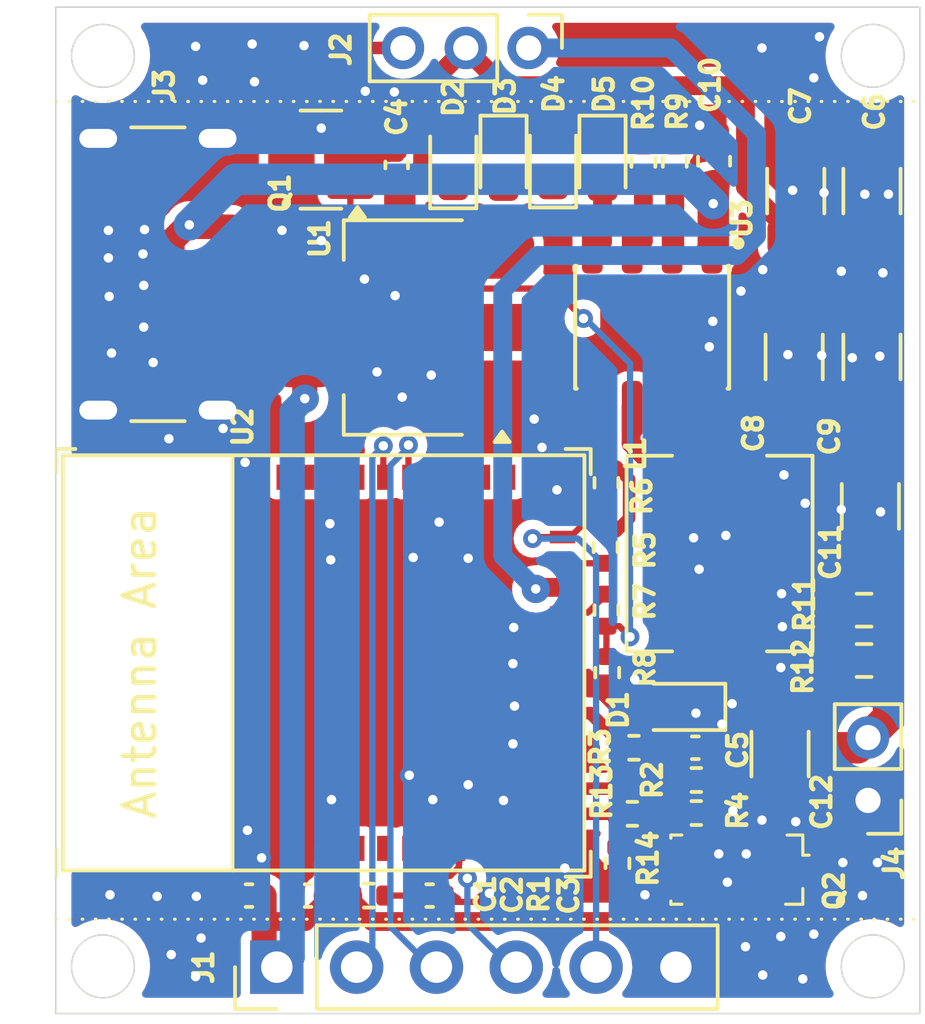
<source format=kicad_pcb>
(kicad_pcb (version 20240108) (generator "pcbnew") (generator_version "8.0")
  (layers (0 "F.Cu" signal) (31 "B.Cu" signal) (34 "B.Paste" user) (35 "F.Paste" user) (36 "B.SilkS" user "B.Silkscreen") (37 "F.SilkS" user "F.Silkscreen") (38 "B.Mask" user) (39 "F.Mask" user) (44 "Edge.Cuts" user))
  (net 0 "")
  (net 1 "+3V3")
  (net 2 "GND")
  (net 3 "+5V")
  (net 4 "/ESP32_EN")
  (net 5 "Net-(J2-Pin_3)")
  (net 6 "Net-(U2-GPIO1{slash}ADC1_CH1{slash}XTAL_32K_N)")
  (net 7 "/VIN_5V")
  (net 8 "/BAT+")
  (net 9 "Net-(U3-BAT)")
  (net 10 "Net-(D1-A)")
  (net 11 "Net-(D2-K)")
  (net 12 "Net-(D2-A)")
  (net 13 "Net-(D4-A)")
  (net 14 "/ESP32_BOOT")
  (net 15 "/USB_SERIAL_TXO")
  (net 16 "/USB_SERIAL_RXI")
  (net 17 "/SG90_PWM")
  (net 20 "Net-(U3-SW)")
  (net 21 "Net-(Q1-G)")
  (net 22 "/LED_CTRL")
  (net 23 "Net-(U2-GPIO8)")
  (net 24 "/SG90_POWER")
  (net 25 "Net-(U3-LED1)")
  (net 26 "Net-(U3-LED2)")
  (net 46 "Net-(Q2-E)")
  (net 47 "/LSensorIO")
  (footprint "Capacitor_SMD:C_0402_1005Metric" (layer "F.Cu") (at 198.425 67.47 90)
    (property "Reference" "C4")
    (property "Value" "10uF" (hide yes))
  )
  (footprint "Resistor_SMD:R_0402_1005Metric" (layer "F.Cu") (at 207.275 67.375 90)
    (property "Reference" "R9")
    (property "Value" "2K" (hide yes))
  )
  (footprint "Resistor_SMD:R_0402_1005Metric" (layer "F.Cu") (at 205.1 81.625 -90)
    (property "Reference" "R7")
    (property "Value" "100R" (hide yes))
  )
  (footprint "Package_TO_SOT_SMD:SOT-23" (layer "F.Cu") (at 196.0125 67.3 180)
    (property "Reference" "Q1")
    (property "Value" "AO3400A" (hide yes))
  )
  (footprint "LED_SMD:LED_0603_1608Metric" (layer "F.Cu") (at 207.4 84.7 180)
    (property "Reference" "D1")
    (property "Value" "LED" (hide yes))
  )
  (footprint "Capacitor_SMD:C_0402_1005Metric" (layer "F.Cu") (at 195.605 90.7 180)
    (property "Reference" "C2")
    (property "Value" "0.1uF" (hide yes))
  )
  (footprint "Resistor_SMD:R_0402_1005Metric" (layer "F.Cu") (at 205.975 86)
    (property "Reference" "R3")
    (property "Value" "150R" (hide yes))
  )
  (footprint "Capacitor_SMD:C_1206_3216Metric" (layer "F.Cu") (at 210.625 86.2 -90)
    (property "Reference" "C12")
    (property "Value" "22uF" (hide yes))
  )
  (footprint "Capacitor_SMD:C_0402_1005Metric" (layer "F.Cu") (at 193.725 90.7 180)
    (property "Reference" "C1")
    (property "Value" "10uF" (hide yes))
  )
  (footprint "LED_SMD:LED_0603_1608Metric" (layer "F.Cu") (at 201.825 67.3875 -90)
    (property "Reference" "D3")
    (property "Value" "LED" (hide yes))
  )
  (footprint "IP5306:SOIC9P127_490X600X170L84X42T330X241N" (layer "F.Cu") (at 206.555 72.63 -90)
    (property "Reference" "U3")
    (property "Value" "IP5306" (hide yes))
  )
  (footprint "Capacitor_SMD:C_1206_3216Metric" (layer "F.Cu") (at 211.125 68.3 90)
    (property "Reference" "C7")
    (property "Value" "22uF" (hide yes))
  )
  (footprint "Connector_USB:USB_C_Receptacle_GCT_USB4125-xx-x_6P_TopMnt_Horizontal" (layer "F.Cu") (at 189.725 70.945 -90)
    (property "Reference" "J3")
    (property "Value" "USB_C_Receptacle_PowerOnly_6P" (hide yes))
  )
  (footprint "Package_TO_SOT_SMD:SOT-223-3_TabPin2" (layer "F.Cu") (at 198.65 72.6375 180)
    (property "Reference" "U1")
    (property "Value" "ASM1117-3.3V" (hide yes))
  )
  (footprint "Resistor_SMD:R_0603_1608Metric" (layer "F.Cu") (at 213.3 83.225)
    (property "Reference" "R12")
    (property "Value" "1R" (hide yes))
  )
  (footprint "Resistor_SMD:R_0402_1005Metric" (layer "F.Cu") (at 197.535 90.7 180)
    (property "Reference" "R1")
    (property "Value" "10k" (hide yes))
  )
  (footprint "Inductor_SMD:L_Chilisin_BMRA00050530" (layer "F.Cu") (at 208.7 79.825 -90)
    (property "Reference" "L1")
    (property "Value" "L" (hide yes))
  )
  (footprint "Connector_PinHeader_2.00mm:PinHeader_1x03_P2.00mm_Vertical" (layer "F.Cu") (at 202.625 63.75 -90)
    (property "Reference" "J2")
    (property "Value" "~" (hide yes))
  )
  (footprint "LED_SMD:LED_0603_1608Metric" (layer "F.Cu") (at 200.225 67.3625 90)
    (property "Reference" "D2")
    (property "Value" "LED" (hide yes))
  )
  (footprint "LED_SMD:LED_0603_1608Metric" (layer "F.Cu") (at 203.4 67.3375 90)
    (property "Reference" "D4")
    (property "Value" "LED" (hide yes))
  )
  (footprint "Resistor_SMD:R_0402_1005Metric" (layer "F.Cu") (at 207.96 87.025 180)
    (property "Reference" "R2")
    (property "Value" "10k" (hide yes))
  )
  (footprint "Resistor_SMD:R_0402_1005Metric" (layer "F.Cu") (at 207.96 88.075)
    (property "Reference" "R4")
    (property "Value" "10k" (hide yes))
  )
  (footprint "PCM_Espressif:ESP32-C3-MINI-1" (layer "F.Cu") (at 196.1 83.3 90)
    (property "Reference" "U2")
    (property "Value" "ESP32-C3-MINI-1" (hide yes))
  )
  (footprint "Resistor_SMD:R_0402_1005Metric" (layer "F.Cu") (at 205.125 83.61 -90)
    (property "Reference" "R8")
    (property "Value" "10k" (hide yes))
  )
  (footprint "Resistor_SMD:R_0402_1005Metric" (layer "F.Cu") (at 206.275 67.375 90)
    (property "Reference" "R10")
    (property "Value" "2K" (hide yes))
  )
  (footprint "Capacitor_SMD:C_1206_3216Metric" (layer "F.Cu") (at 211.075 73.575 -90)
    (property "Reference" "C8")
    (property "Value" "22uF" (hide yes))
  )
  (footprint "Resistor_SMD:R_0402_1005Metric" (layer "F.Cu") (at 205.075 79.625 90)
    (property "Reference" "R5")
    (property "Value" "10k" (hide yes))
  )
  (footprint "Capacitor_SMD:C_0603_1608Metric" (layer "F.Cu") (at 208.525 67.35 -90)
    (property "Reference" "C10")
    (property "Value" "10uF" (hide yes))
  )
  (footprint "digikey-footprints:Phototransistor_SMD_4x2mm_TEMT6000X01" (layer "F.Cu") (at 209.25 89.875)
    (property "Reference" "Q2")
    (property "Value" "TEMT6000X01" (hide yes))
  )
  (footprint "Connector_PinHeader_2.54mm:PinHeader_1x06_P2.54mm_Vertical" (layer "F.Cu") (at 194.61 92.975 90)
    (property "Reference" "J1")
    (property "Value" "Conn_01x06_Pin" (hide yes))
  )
  (footprint "Capacitor_SMD:C_1206_3216Metric" (layer "F.Cu") (at 213.55 73.575 -90)
    (property "Reference" "C9")
    (property "Value" "22uF" (hide yes))
  )
  (footprint "Capacitor_SMD:C_1206_3216Metric" (layer "F.Cu") (at 213.5 78.325 90)
    (property "Reference" "C11")
    (property "Value" "22uF" (hide yes))
  )
  (footprint "Capacitor_SMD:C_0402_1005Metric" (layer "F.Cu") (at 207.93 86 180)
    (property "Reference" "C5")
    (property "Value" "0.1uF" (hide yes))
  )
  (footprint "LED_SMD:LED_0603_1608Metric" (layer "F.Cu") (at 204.975 67.3875 -90)
    (property "Reference" "D5")
    (property "Value" "LED" (hide yes))
  )
  (footprint "Resistor_SMD:R_0402_1005Metric" (layer "F.Cu") (at 205.45 89.675 -90)
    (property "Reference" "R14")
    (property "Value" "10k" (hide yes))
  )
  (footprint "Resistor_SMD:R_0402_1005Metric" (layer "F.Cu") (at 205.925 88.1)
    (property "Reference" "R13")
    (property "Value" "10k" (hide yes))
  )
  (footprint "Resistor_SMD:R_0603_1608Metric" (layer "F.Cu") (at 213.3 81.625)
    (property "Reference" "R11")
    (property "Value" "1R" (hide yes))
  )
  (footprint "Capacitor_SMD:C_0402_1005Metric" (layer "F.Cu") (at 199.475 90.7)
    (property "Reference" "C3")
    (property "Value" "0.1uF" (hide yes))
  )
  (footprint "Resistor_SMD:R_0402_1005Metric" (layer "F.Cu") (at 205.1 77.575 90)
    (property "Reference" "R6")
    (property "Value" "10k" (hide yes))
  )
  (footprint "Capacitor_SMD:C_1206_3216Metric" (layer "F.Cu") (at 213.55 68.3 90)
    (property "Reference" "C6")
    (property "Value" "22uF" (hide yes))
  )
  (footprint "Connector_PinHeader_2.00mm:PinHeader_1x02_P2.00mm_Vertical" (layer "F.Cu") (at 213.425 87.675 180)
    (property "Reference" "J4")
    (property "Value" "~" (hide yes))
  )
  (gr_line (start 187.575 91.45) (end 215.125 91.45) (stroke (width 0.1) (type dot)) (layer "F.SilkS"))
  (gr_line (start 187.575 65.45) (end 215.1 65.45) (stroke (width 0.1) (type dot)) (layer "F.SilkS"))
  (gr_circle (center 189.075 64) (end 190.075 64) (stroke (width 0.05)) (fill none) (layer "Edge.Cuts"))
  (gr_line (start 187.575 62.45) (end 215.075 62.45) (stroke (width 0.05)) (layer "Edge.Cuts"))
  (gr_circle (center 213.575 92.95) (end 214.575 92.95) (stroke (width 0.05)) (fill none) (layer "Edge.Cuts"))
  (gr_circle (center 189.075 92.95) (end 190.075 92.95) (stroke (width 0.05)) (fill none) (layer "Edge.Cuts"))
  (gr_line (start 187.575 94.45) (end 187.575 62.45) (stroke (width 0.05)) (layer "Edge.Cuts"))
  (gr_circle (center 213.575 64) (end 214.575 64) (stroke (width 0.05)) (fill none) (layer "Edge.Cuts"))
  (gr_line (start 215.075 94.45) (end 187.575 94.45) (stroke (width 0.05)) (layer "Edge.Cuts"))
  (gr_line (start 215.075 62.45) (end 215.075 94.45) (stroke (width 0.05)) (layer "Edge.Cuts"))
  (segment (start 196.085 90.958976) (end 195.518976 91.525) (width 0.6) (layer "F.Cu") (net 1))
  (segment (start 203.625 75.906236) (end 204.783764 77.065) (width 0.4) (layer "F.Cu") (net 1))
  (segment (start 194.205 92.745) (end 194.61 93.15) (width 0.2) (layer "F.Cu") (net 1))
  (segment (start 194.205 90.7) (end 194.205 91.525) (width 0.8) (layer "F.Cu") (net 1))
  (segment (start 205.41 79.115) (end 205.075 79.115) (width 0.4) (layer "F.Cu") (net 1))
  (segment (start 205.1 77.065) (end 205.419999 77.065) (width 0.4) (layer "F.Cu") (net 1))
  (segment (start 203.625 74.15) (end 203.625 75.906236) (width 0.4) (layer "F.Cu") (net 1))
  (segment (start 196.085 90.7) (end 196.085 90.958976) (width 0.6) (layer "F.Cu") (net 1))
  (segment (start 204.783764 77.065) (end 205.1 77.065) (width 0.4) (layer "F.Cu") (net 1))
  (segment (start 194.205 91.525) (end 194.205 92.745) (width 0.8) (layer "F.Cu") (net 1))
  (segment (start 197.025 90.901768) (end 197.648232 91.525) (width 0.6) (layer "F.Cu") (net 1))
  (segment (start 201.8 72.6375) (end 202.1125 72.6375) (width 0.4) (layer "F.Cu") (net 1))
  (segment (start 196.4 90.385) (end 196.4 89.2) (width 0.6) (layer "F.Cu") (net 1))
  (segment (start 195.125 91.525) (end 194.205 91.525) (width 0.6) (layer "F.Cu") (net 1))
  (segment (start 195.5 72.6375) (end 195.5 74.9) (width 0.8) (layer "F.Cu") (net 1))
  (segment (start 202.1125 72.6375) (end 203.625 74.15) (width 0.4) (layer "F.Cu") (net 1))
  (segment (start 196.085 90.7) (end 196.4 90.385) (width 0.6) (layer "F.Cu") (net 1))
  (segment (start 195.15 91.55) (end 195.125 91.525) (width 0.6) (layer "F.Cu") (net 1))
  (segment (start 205.82 78.705) (end 205.41 79.115) (width 0.4) (layer "F.Cu") (net 1))
  (segment (start 197.025 90.7) (end 197.025 90.901768) (width 0.6) (layer "F.Cu") (net 1))
  (segment (start 205.419999 77.065) (end 205.82 77.465001) (width 0.4) (layer "F.Cu") (net 1))
  (segment (start 209.45 91.525) (end 211 89.975) (width 0.6) (layer "F.Cu") (net 1))
  (segment (start 196.085 90.7) (end 197.025 90.7) (width 0.6) (layer "F.Cu") (net 1))
  (segment (start 205.82 77.465001) (end 205.82 78.705) (width 0.4) (layer "F.Cu") (net 1))
  (segment (start 195.518976 91.525) (end 195.175 91.525) (width 0.6) (layer "F.Cu") (net 1))
  (segment (start 201.825 72.7375) (end 195.525 72.7375) (width 1) (layer "F.Cu") (net 1))
  (segment (start 195.175 91.525) (end 195.15 91.55) (width 0.6) (layer "F.Cu") (net 1))
  (segment (start 197.648232 91.525) (end 209.45 91.525) (width 0.6) (layer "F.Cu") (net 1))
  (via (at 195.5 74.9) (size 0.9) (drill 0.3) (layers "F.Cu" "B.Cu") (net 1))
  (segment (start 195.5 74.9) (end 195.1 75.3) (width 0.8) (layer "B.Cu") (net 1))
  (segment (start 195.1 92.66) (end 194.61 93.15) (width 0.8) (layer "B.Cu") (net 1))
  (segment (start 195.1 75.3) (end 195.1 92.66) (width 0.8) (layer "B.Cu") (net 1))
  (segment (start 201.975 90.625) (end 202.8 89.8) (width 0.2) (layer "F.Cu") (net 2))
  (segment (start 197.785 66.35) (end 198.425 66.99) (width 0.2) (layer "F.Cu") (net 2))
  (segment (start 208.475 84.9875) (end 208.1875 84.7) (width 0.2) (layer "F.Cu") (net 2))
  (segment (start 192.805 68.195) (end 195.558052 68.195) (width 0.2) (layer "F.Cu") (net 2))
  (segment (start 192.805 66.705) (end 192.725 66.625) (width 0.2) (layer "F.Cu") (net 2))
  (segment (start 195.558052 68.195) (end 196.95 66.803052) (width 0.2) (layer "F.Cu") (net 2))
  (segment (start 195.125 89.525) (end 195.125 90.7) (width 0.2) (layer "F.Cu") (net 2))
  (segment (start 194.8 89.2) (end 195.125 89.525) (width 0.2) (layer "F.Cu") (net 2))
  (segment (start 201.1 90.9) (end 201.375 90.625) (width 0.2) (layer "F.Cu") (net 2))
  (segment (start 200.155 90.9) (end 201.1 90.9) (width 0.2) (layer "F.Cu") (net 2))
  (segment (start 208.475 85.975) (end 208.475 84.9875) (width 0.2) (layer "F.Cu") (net 2))
  (segment (start 199.955 90.7) (end 200.155 90.9) (width 0.2) (layer "F.Cu") (net 2))
  (segment (start 205.977814 84.12) (end 206.172814 83.925) (width 0.2) (layer "F.Cu") (net 2))
  (segment (start 207.4125 83.925) (end 208.1875 84.7) (width 0.2) (layer "F.Cu") (net 2))
  (segment (start 202.8 89.8) (end 202.8 89.2) (width 0.2) (layer "F.Cu") (net 2))
  (segment (start 192.805 68.195) (end 192.805 66.705) (width 0.2) (layer "F.Cu") (net 2))
  (segment (start 205.125 84.12) (end 205.977814 84.12) (width 0.2) (layer "F.Cu") (net 2))
  (segment (start 213.525 75.05) (end 213.55 75.025) (width 1) (layer "F.Cu") (net 2))
  (segment (start 196.95 66.803052) (end 196.95 66.35) (width 0.2) (layer "F.Cu") (net 2))
  (segment (start 201.375 90.625) (end 201.975 90.625) (width 0.2) (layer "F.Cu") (net 2))
  (segment (start 206.172814 83.925) (end 207.4125 83.925) (width 0.2) (layer "F.Cu") (net 2))
  (segment (start 196.95 66.35) (end 197.785 66.35) (width 0.2) (layer "F.Cu") (net 2))
  (via (at 200.7 87.175) (size 0.6) (drill 0.3) (layers "F.Cu" "B.Cu") (net 2))
  (via (at 212.025 68.35) (size 0.6) (drill 0.3) (layers "F.Cu" "B.Cu") (net 2))
  (via (at 213.25 90.7) (size 0.6) (drill 0.3) (layers "F.Cu" "B.Cu") (net 2))
  (via (at 195.475 63.675) (size 0.6) (drill 0.3) (layers "F.Cu" "B.Cu") (net 2))
  (via (at 190.35 70.3) (size 0.6) (drill 0.3) (layers "F.Cu" "B.Cu") (net 2))
  (via (at 196.025 69.875) (size 0.6) (drill 0.3) (layers "F.Cu" "B.Cu") (net 2))
  (via (at 211.025 68.275) (size 0.6) (drill 0.3) (layers "F.Cu" "B.Cu") (net 2))
  (via (at 196.325 80.025) (size 0.6) (drill 0.3) (layers "F.Cu" "B.Cu") (net 2))
  (via (at 192.025 93.275) (size 0.6) (drill 0.3) (layers "F.Cu" "B.Cu") (net 2))
  (via (at 211.881318 63.393957) (size 0.6) (drill 0.3) (layers "F.Cu" "B.Cu") (net 2))
  (via (at 206 83.825) (size 0.6) (drill 0.3) (layers "F.Cu" "B.Cu") (net 2))
  (via (at 213.325 68.4) (size 0.6) (drill 0.3) (layers "F.Cu" "B.Cu") (net 2))
  (via (at 208.775 85.25) (size 0.6) (drill 0.3) (layers "F.Cu" "B.Cu") (net 2))
  (via (at 210.075 93.225) (size 0.6) (drill 0.3) (layers "F.Cu" "B.Cu") (net 2))
  (via (at 192.2 92.05) (size 0.6) (drill 0.3) (layers "F.Cu" "B.Cu") (net 2))
  (via (at 190.375 72.625) (size 0.6) (drill 0.3) (layers "F.Cu" "B.Cu") (net 2))
  (via (at 199.525 74.15) (size 0.6) (drill 0.3) (layers "F.Cu" "B.Cu") (net 2))
  (via (at 210.65 83.45) (size 0.6) (drill 0.3) (layers "F.Cu" "B.Cu") (net 2))
  (via (at 192.025 63.7) (size 0.6) (drill 0.3) (layers "F.Cu" "B.Cu") (net 2))
  (via (at 198.6 74.85) (size 0.6) (drill 0.3) (layers "F.Cu" "B.Cu") (net 2))
  (via (at 198.375 71.625) (size 0.6) (drill 0.3) (layers "F.Cu" "B.Cu") (net 2))
  (via (at 212.925 73.6) (size 0.6) (drill 0.3) (layers "F.Cu" "B.Cu") (net 2))
  (via (at 201.375 90.625) (size 0.6) (drill 0.3) (layers "F.Cu" "B.Cu") (net 2))
  (via (at 193.675 88.625) (size 0.6) (drill 0.3) (layers "F.Cu" "B.Cu") (net 2))
  (via (at 212.575 70.85) (size 0.6) (drill 0.3) (layers "F.Cu" "B.Cu") (net 2))
  (via (at 202.175 84.675) (size 0.6) (drill 0.3) (layers "F.Cu" "B.Cu") (net 2))
  (via (at 209.525 92.325) (size 0.6) (drill 0.3) (layers "F.Cu" "B.Cu") (net 2))
  (via (at 196.3 78.875) (size 0.6) (drill 0.3) (layers "F.Cu" "B.Cu") (net 2))
  (via (at 193.6 76.925) (size 0.6) (drill 0.3) (layers "F.Cu" "B.Cu") (net 2))
  (via (at 208.068191 66.210357) (size 0.6) (drill 0.3) (layers "F.Cu" "B.Cu") (net 2))
  (via (at 203.525 77.8) (size 0.6) (drill 0.3) (layers "F.Cu" "B.Cu") (net 2))
  (via (at 194.775 69.55) (size 0.6) (drill 0.3) (layers "F.Cu" "B.Cu") (net 2))
  (via (at 208.9 79.25) (size 0.6) (drill 0.3) (layers "F.Cu" "B.Cu") (net 2))
  (via (at 213.825 78.5) (size 0.6) (drill 0.3) (layers "F.Cu" "B.Cu") (net 2))
  (via (at 213.9 70.9) (size 0.6) (drill 0.3) (layers "F.Cu" "B.Cu") (net 2))
  (via (at 206.325 90.675) (size 0.6) (drill 0.3) (layers "F.Cu" "B.Cu") (net 2))
  (via (at 203.05 76.45) (size 0.6) (drill 0.3) (layers "F.Cu" "B.Cu") (net 2))
  (via (at 208.95 90.275) (size 0.6) (drill 0.3) (layers "F.Cu" "B.Cu") (net 2))
  (via (at 210.7 82.15) (size 0.6) (drill 0.3) (layers "F.Cu" "B.Cu") (net 2))
  (via (at 211.7 91.925) (size 0.6) (drill 0.3) (layers "F.Cu" "B.Cu") (net 2))
  (via (at 191.25 92.575) (size 0.6) (drill 0.3) (layers "F.Cu" "B.Cu") (net 2))
  (via (at 211.7 64.7) (size 0.6) (drill 0.3) (layers "F.Cu" "B.Cu") (net 2))
  (via (at 197.4 71.1) (size 0.6) (drill 0.3) (layers "F.Cu" "B.Cu") (net 2))
  (via (at 202.15 82.175) (size 0.6) (drill 0.3) (layers "F.Cu" "B.Cu") (net 2))
  (via (at 199.775 78.825) (size 0.6) (drill 0.3) (layers "F.Cu" "B.Cu") (net 2))
  (via (at 190.375 71.3) (size 0.6) (drill 0.3) (layers "F.Cu" "B.Cu") (net 2))
  (via (at 209.1 84.6) (size 0.6) (drill 0.3) (layers "F.Cu" "B.Cu") (net 2))
  (via (at 201.825 87.675) (size 0.6) (drill 0.3) (layers "F.Cu" "B.Cu") (net 2))
  (via (at 193.9 64.825) (size 0.6) (drill 0.3) (layers "F.Cu" "B.Cu") (net 2))
  (via (at 193.825 63.625) (size 0.6) (drill 0.3) (layers "F.Cu" "B.Cu") (net 2))
  (via (at 207.875 79.325) (size 0.6) (drill 0.3) (layers "F.Cu" "B.Cu") (net 2))
  (via (at 213.725 89.65) (size 0.6) (drill 0.3) (layers "F.Cu" "B.Cu") (net 2))
  (via (at 189.25 69.55) (size 0.6) (drill 0.3) (layers "F.Cu" "B.Cu") (net 2))
  (via (at 190.675 73.75) (size 0.6) (drill 0.3) (layers "F.Cu" "B.Cu") (net 2))
  (via (at 208.05 80.325) (size 0.6) (drill 0.3) (layers "F.Cu" "B.Cu") (net 2))
  (via (at 198.35 65.15) (size 0.6) (drill 0.3) (layers "F.Cu" "B.Cu") (net 2))
  (via (at 207.95 84.9) (size 0.6) (drill 0.3) (layers "F.Cu" "B.Cu") (net 2))
  (via (at 197.8 74.05) (size 0.6) (drill 0.3) (layers "F.Cu" "B.Cu") (net 2))
  (via (at 189.275 71.65) (size 0.6) (drill 0.3) (layers "F.Cu" "B.Cu") (net 2))
  (via (at 192.25 64.775) (size 0.6) (drill 0.3) (layers "F.Cu" "B.Cu") (net 2))
  (via (at 199.575 87.65) (size 0.6) (drill 0.3) (layers "F.Cu" "B.Cu") (net 2))
  (via (at 211.35 93.35) (size 0.6) (drill 0.3) (layers "F.Cu" "B.Cu") (net 2))
  (via (at 208.675 89.375) (size 0.6) (drill 0.3) (layers "F.Cu" "B.Cu") (net 2))
  (via (at 203.775 89.825) (size 0.6) (drill 0.3) (layers "F.Cu" "B.Cu") (net 2))
  (via (at 198.825 86.875) (size 0.6) (drill 0.3) (layers "F.Cu" "B.Cu") (net 2))
  (via (at 210.675 81.1) (size 0.6) (drill 0.3) (layers "F.Cu" "B.Cu") (net 2))
  (via (at 210.05 63.75) (size 0.6) (drill 0.3) (layers "F.Cu" "B.Cu") (net 2))
  (via (at 197.425 65.125) (size 0.6) (drill 0.3) (layers "F.Cu" "B.Cu") (net 2))
  (via (at 202.8 75.55) (size 0.6) (drill 0.3) (layers "F.Cu" "B.Cu") (net 2))
  (via (at 210.875 73.5) (size 0.6) (drill 0.3) (layers "F.Cu" "B.Cu") (net 2))
  (via (at 202.125 83.325) (size 0.6) (drill 0.3) (layers "F.Cu" "B.Cu") (net 2))
  (via (at 213.8 73.55) (size 0.6) (drill 0.3) (layers "F.Cu" "B.Cu") (net 2))
  (via (at 211.95 73.525) (size 0.6) (drill 0.3) (layers "F.Cu" "B.Cu") (net 2))
  (via (at 194.125 89.5) (size 0.6) (drill 0.3) (layers "F.Cu" "B.Cu") (net 2))
  (via (at 190.4 69.525) (size 0.6) (drill 0.3) (layers "F.Cu" "B.Cu") (net 2))
  (via (at 214.075 68.4) (size 0.6) (drill 0.3) (layers "F.Cu" "B.Cu") (net 2))
  (via (at 208.486379 72.441357) (size 0.6) (drill 0.3) (layers "F.Cu" "B.Cu") (net 2))
  (via (at 202.125 85.875) (size 0.6) (drill 0.3) (layers "F.Cu" "B.Cu") (net 2))
  (via (at 212.575 78.425) (size 0.6) (drill 0.3) (layers "F.Cu" "B.Cu") (net 2))
  (via (at 210.075 70.8) (size 0.6) (drill 0.3) (layers "F.Cu" "B.Cu") (net 2))
  (via (at 212.625 89.65) (size 0.6) (drill 0.3) (layers "F.Cu" "B.Cu") (net 2))
  (via (at 190.8 90.725) (size 0.6) (drill 0.3) (layers "F.Cu" "B.Cu") (net 2))
  (via (at 192.9 75.85) (size 0.6) (drill 0.3) (layers "F.Cu" "B.Cu") (net 2))
  (via (at 210.65 92) (size 0.6) (drill 0.3) (layers "F.Cu" "B.Cu") (net 2))
  (via (at 189.25 70.425) (size 0.6) (drill 0.3) (layers "F.Cu" "B.Cu") (net 2))
  (via (at 210.75 77.325) (size 0.6) (drill 0.3) (layers "F.Cu" "B.Cu") (net 2))
  (via (at 189.3 90.675) (size 0.6) (drill 0.3) (layers "F.Cu" "B.Cu") (net 2))
  (via (at 189.35 73.45) (size 0.6) (drill 0.3) (layers "F.Cu" "B.Cu") (net 2))
  (via (at 198.95 79.95) (size 0.6) (drill 0.3) (layers "F.Cu" "B.Cu") (net 2))
  (via (at 211.425 78.225) (size 0.6) (drill 0.3) (layers "F.Cu" "B.Cu") (net 2))
  (via (at 200.7 79.975) (size 0.6) (drill 0.3) (layers "F.Cu" "B.Cu") (net 2))
  (via (at 209.380393 71.480393) (size 0.6) (drill 0.3) (layers "F.Cu" "B.Cu") (net 2))
  (via (at 192.05 90.725) (size 0.6) (drill 0.3) (layers "F.Cu" "B.Cu") (net 2))
  (via (at 196.35 87.65) (size 0.6) (drill 0.3) (layers "F.Cu" "B.Cu") (net 2))
  (via (at 196.025 66.3) (size 0.6) (drill 0.3) (layers "F.Cu" "B.Cu") (net 2))
  (via (at 210.05 88.3) (size 0.6) (drill 0.3) (layers "F.Cu" "B.Cu") (net 2))
  (via (at 209.125 88) (size 0.6) (drill 0.3) (layers "F.Cu" "B.Cu") (net 2))
  (via (at 191.175 76.175) (size 0.6) (drill 0.3) (layers "F.Cu" "B.Cu") (net 2))
  (via (at 211.125 88.35) (size 0.6) (drill 0.3) (layers "F.Cu" "B.Cu") (net 2))
  (via (at 209.55 89.375) (size 0.6) (drill 0.3) (layers "F.Cu" "B.Cu") (net 2))
  (via (at 208.375 73.25) (size 0.6) (drill 0.3) (layers "F.Cu" "B.Cu") (net 2))
  (segment (start 199.25 65.225) (end 199.25 67.525) (width 0.6) (layer "F.Cu") (net 3))
  (segment (start 209.525001 68.175001) (end 211.125 69.775) (width 0.6) (layer "F.Cu") (net 3))
  (segment (start 210.175 72.1) (end 209.375 72.9) (width 1) (layer "F.Cu") (net 3))
  (segment (start 209.375 72.9) (end 209.375 74.185) (width 1) (layer "F.Cu") (net 3))
  (segment (start 211.075 72.1) (end 210.175 72.1) (width 1) (layer "F.Cu") (net 3))
  (segment (start 200.625 63.775) (end 201.8 64.95) (width 0.6) (layer "F.Cu") (net 3))
  (segment (start 209.375 74.185) (end 208.425 75.135) (width 1) (layer "F.Cu") (net 3))
  (segment (start 208.9 64.95) (end 209.525001 65.575001) (width 0.6) (layer "F.Cu") (net 3))
  (segment (start 198.525 69.775) (end 198.525 68.25) (width 1) (layer "F.Cu") (net 3))
  (segment (start 199.1875 70.4375) (end 198.525 69.775) (width 1) (layer "F.Cu") (net 3))
  (segment (start 201.825 70.4375) (end 199.1875 70.4375) (width 1) (layer "F.Cu") (net 3))
  (segment (start 211.075 72.1) (end 211.075 69.825) (width 1) (layer "F.Cu") (net 3))
  (segment (start 199.25 67.525) (end 199.2 67.575) (width 0.6) (layer "F.Cu") (net 3))
  (segment (start 213.525 69.8) (end 213.55 69.775) (width 0.2) (layer "F.Cu") (net 3))
  (segment (start 200.625 63.75) (end 199.2 65.175) (width 0.6) (layer "F.Cu") (net 3))
  (segment (start 209.525001 65.575001) (end 209.525001 68.175001) (width 0.6) (layer "F.Cu") (net 3))
  (segment (start 211.075 69.825) (end 211.125 69.775) (width 1) (layer "F.Cu") (net 3))
  (segment (start 199.2 67.575) (end 198.525 68.25) (width 0.6) (layer "F.Cu") (net 3))
  (segment (start 213.525 69.8) (end 210.99957 69.8) (width 1) (layer "F.Cu") (net 3))
  (segment (start 211.075 72.1) (end 213.575 72.1) (width 1) (layer "F.Cu") (net 3))
  (segment (start 201.8 64.95) (end 208.9 64.95) (width 0.6) (layer "F.Cu") (net 3))
  (segment (start 200.675 90.15) (end 200.4 89.875) (width 0.2) (layer "F.Cu") (net 4))
  (segment (start 200.4 89.2) (end 200.5 88.9) (width 0.2) (layer "F.Cu") (net 4))
  (segment (start 200.5 88.9) (end 200.4 89.8) (width 0.2) (layer "F.Cu") (net 4))
  (segment (start 200.125 90.075) (end 199.62 90.075) (width 0.2) (layer "F.Cu") (net 4))
  (segment (start 198.045 90.7) (end 198.995 90.7) (width 0.2) (layer "F.Cu") (net 4))
  (segment (start 200.4 89.875) (end 200.4 89.2) (width 0.2) (layer "F.Cu") (net 4))
  (segment (start 199.62 90.075) (end 198.995 90.7) (width 0.2) (layer "F.Cu") (net 4))
  (segment (start 200.4 89.8) (end 200.125 90.075) (width 0.2) (layer "F.Cu") (net 4))
  (via (at 200.675 90.15) (size 0.6) (drill 0.3) (layers "F.Cu" "B.Cu") (net 4))
  (segment (start 200.675 91.595) (end 202.23 93.15) (width 0.2) (layer "B.Cu") (net 4))
  (segment (start 200.675 90.15) (end 200.675 91.595) (width 0.2) (layer "B.Cu") (net 4))
  (segment (start 196.875 63.75) (end 198.171948 63.75) (width 0.4) (layer "F.Cu") (net 5))
  (segment (start 195.075 67.3) (end 195.075 65.55) (width 0.4) (layer "F.Cu") (net 5))
  (segment (start 198.171948 63.75) (end 198.625 63.75) (width 0.2) (layer "F.Cu") (net 5))
  (segment (start 195.075 65.55) (end 196.875 63.75) (width 0.4) (layer "F.Cu") (net 5))
  (segment (start 203.7 87.3) (end 207.14 87.3) (width 0.4) (layer "F.Cu") (net 6))
  (segment (start 207.5 85.99) (end 207.5 87.87) (width 0.4) (layer "F.Cu") (net 6))
  (segment (start 207.14 87.3) (end 207.49 86.95) (width 0.4) (layer "F.Cu") (net 6))
  (segment (start 207.515 85.975) (end 207.5 85.99) (width 0.4) (layer "F.Cu") (net 6))
  (segment (start 192.805 69.425) (end 191.725 69.425) (width 0.8) (layer "F.Cu") (net 7))
  (segment (start 191.665 72.465) (end 192.805 72.465) (width 0.8) (layer "F.Cu") (net 7))
  (segment (start 208.5 70.2) (end 208.425 70.275) (width 1) (layer "F.Cu") (net 7))
  (segment (start 191.725 69.425) (end 191.275 69.875) (width 0.8) (layer "F.Cu") (net 7))
  (segment (start 191.275 69.875) (end 191.275 72.075) (width 0.8) (layer "F.Cu") (net 7))
  (segment (start 208.525 68.125) (end 208.5 68.15) (width 1) (layer "F.Cu") (net 7))
  (segment (start 208.5 68.15) (end 208.5 70.2) (width 1) (layer "F.Cu") (net 7))
  (segment (start 191.275 72.075) (end 191.665 72.465) (width 0.8) (layer "F.Cu") (net 7))
  (via (at 208.5 68.7) (size 0.9) (drill 0.3) (layers "F.Cu" "B.Cu") (net 7))
  (via (at 191.825 69.375) (size 0.9) (drill 0.3) (layers "F.Cu" "B.Cu") (net 7))
  (segment (start 207.725 67.925) (end 193.275 67.925) (width 1) (layer "B.Cu") (net 7))
  (segment (start 208.5 68.7) (end 207.725 67.925) (width 1) (layer "B.Cu") (net 7))
  (segment (start 193.275 67.925) (end 191.825 69.375) (width 1) (layer "B.Cu") (net 7))
  (segment (start 214.075 85.025) (end 213.1 86) (width 1) (layer "F.Cu") (net 8))
  (segment (start 210.075 79.8) (end 207.975 81.9) (width 1) (layer "F.Cu") (net 8))
  (segment (start 209.39 86.52182) (end 208.88682 87.025) (width 1) (layer "F.Cu") (net 8))
  (segment (start 209.55 86) (end 209.39 86.16) (width 1) (layer "F.Cu") (net 8))
  (segment (start 208.88682 87.025) (end 208.525 87.025) (width 1) (layer "F.Cu") (net 8))
  (segment (start 214.075 80.375) (end 214.075 85.025) (width 1) (layer "F.Cu") (net 8))
  (segment (start 213.1 86) (end 209.55 86) (width 1) (layer "F.Cu") (net 8))
  (segment (start 209.39 86.16) (end 209.39 86.52182) (width 1) (layer "F.Cu") (net 8))
  (segment (start 213.5 79.8) (end 214.075 80.375) (width 1) (layer "F.Cu") (net 8))
  (segment (start 213.5 79.8) (end 210.075 79.8) (width 1) (layer "F.Cu") (net 8))
  (segment (start 212.475 84.15) (end 211.9 84.725) (width 1) (layer "F.Cu") (net 9))
  (segment (start 207.05 83.325) (end 209.05 83.325) (width 0.6) (layer "F.Cu") (net 9))
  (segment (start 211.9 84.725) (end 210.45 84.725) (width 1) (layer "F.Cu") (net 9))
  (segment (start 205.885 76.324214) (end 206.9 77.339214) (width 0.6) (layer "F.Cu") (net 9))
  (segment (start 212.475 81.625) (end 212.475 83.225) (width 1) (layer "F.Cu") (net 9))
  (segment (start 206.9 83.175) (end 207.05 83.325) (width 0.6) (layer "F.Cu") (net 9))
  (segment (start 206.9 77.339214) (end 206.9 83.175) (width 0.6) (layer "F.Cu") (net 9))
  (segment (start 205.885 75.135) (end 205.885 76.324214) (width 0.6) (layer "F.Cu") (net 9))
  (segment (start 209.05 83.325) (end 210.45 84.725) (width 0.6) (layer "F.Cu") (net 9))
  (segment (start 212.475 83.225) (end 212.475 84.15) (width 1) (layer "F.Cu") (net 9))
  (segment (start 206.485 84.665) (end 206.6 84.55) (width 0.4) (layer "F.Cu") (net 10))
  (segment (start 206.485 85.775) (end 206.485 84.665) (width 0.4) (layer "F.Cu") (net 10))
  (segment (start 204.975 69.915) (end 204.625 70.265) (width 0.6) (layer "F.Cu") (net 11))
  (segment (start 204.8875 68.0875) (end 204.975 68.175) (width 0.6) (layer "F.Cu") (net 11))
  (segment (start 199.875 68.0875) (end 204.8875 68.0875) (width 0.6) (layer "F.Cu") (net 11))
  (segment (start 204.975 68.175) (end 204.975 69.915) (width 0.6) (layer "F.Cu") (net 11))
  (segment (start 204.625 70.265) (end 204.615 70.275) (width 0.2) (layer "F.Cu") (net 11))
  (segment (start 201.575 66.475) (end 201.6 66.5) (width 0.2) (layer "F.Cu") (net 12))
  (segment (start 202.7125 65.7125) (end 206.202846 65.7125) (width 0.4) (layer "F.Cu") (net 12))
  (segment (start 200.05 66.475) (end 201.575 66.475) (width 0.4) (layer "F.Cu") (net 12))
  (segment (start 206.202846 65.7125) (end 207.275 66.784654) (width 0.4) (layer "F.Cu") (net 12))
  (segment (start 207.275 66.784654) (end 207.275 66.865) (width 0.4) (layer "F.Cu") (net 12))
  (segment (start 201.825 66.6) (end 202.7125 65.7125) (width 0.4) (layer "F.Cu") (net 12))
  (segment (start 205.6725 66.4625) (end 206.025 66.815) (width 0.4) (layer "F.Cu") (net 13))
  (segment (start 204.575 66.4625) (end 205.0825 66.4625) (width 0.2) (layer "F.Cu") (net 13))
  (segment (start 203.1875 66.4625) (end 204.575 66.4625) (width 0.4) (layer "F.Cu") (net 13))
  (segment (start 204.575 66.4625) (end 204.625 66.5125) (width 0.2) (layer "F.Cu") (net 13))
  (segment (start 203.175 66.45) (end 203.1875 66.4625) (width 0.4) (layer "F.Cu") (net 13))
  (segment (start 205.0825 66.4625) (end 205.6725 66.4625) (width 0.4) (layer "F.Cu") (net 13))
  (segment (start 205.1 78.151076) (end 205.1 78.085) (width 0.2) (layer "F.Cu") (net 14))
  (segment (start 203.7 79.3) (end 203.951076 79.3) (width 0.2) (layer "F.Cu") (net 14))
  (segment (start 203.951076 79.3) (end 205.1 78.151076) (width 0.2) (layer "F.Cu") (net 14))
  (segment (start 202.8 79.3) (end 202.75 79.35) (width 0.2) (layer "F.Cu") (net 14))
  (segment (start 203.7 79.3) (end 202.8 79.3) (width 0.2) (layer "F.Cu") (net 14))
  (via (at 202.75 79.35) (size 0.6) (drill 0.3) (layers "F.Cu" "B.Cu") (net 14))
  (segment (start 202.75 79.35) (end 204.2 79.35) (width 0.2) (layer "B.Cu") (net 14))
  (segment (start 204.77 79.92) (end 204.77 93.15) (width 0.2) (layer "B.Cu") (net 14))
  (segment (start 204.2 79.35) (end 204.77 79.92) (width 0.2) (layer "B.Cu") (net 14))
  (segment (start 198.8 77.4) (end 198.8 76.375) (width 0.2) (layer "F.Cu") (net 15))
  (via (at 198.8 76.375) (size 0.6) (drill 0.3) (layers "F.Cu" "B.Cu") (net 15))
  (segment (start 198.8 76.375) (end 198.8 76.448529) (width 0.2) (layer "B.Cu") (net 15))
  (segment (start 198.225 77.023529) (end 198.225 91.685) (width 0.2) (layer "B.Cu") (net 15))
  (segment (start 198.8 76.375) (end 198.8 76.351471) (width 0.2) (layer "B.Cu") (net 15))
  (segment (start 198.8 76.448529) (end 198.225 77.023529) (width 0.2) (layer "B.Cu") (net 15))
  (segment (start 198.225 91.685) (end 199.69 93.15) (width 0.2) (layer "B.Cu") (net 15))
  (segment (start 198 77.4) (end 198 76.4) (width 0.2) (layer "F.Cu") (net 16))
  (via (at 198 76.4) (size 0.6) (drill 0.3) (layers "F.Cu" "B.Cu") (net 16))
  (segment (start 197.65 76.75) (end 197.65 92.65) (width 0.2) (layer "B.Cu") (net 16))
  (segment (start 197.65 92.65) (end 197.15 93.15) (width 0.2) (layer "B.Cu") (net 16))
  (segment (start 198 76.4) (end 197.65 76.75) (width 0.2) (layer "B.Cu") (net 16))
  (segment (start 202.9 80.9) (end 202.85 80.95) (width 0.2) (layer "F.Cu") (net 17))
  (segment (start 203.7 80.9) (end 202.9 80.9) (width 0.6) (layer "F.Cu") (net 17))
  (via (at 202.85 80.95) (size 0.9) (drill 0.3) (layers "F.Cu" "B.Cu") (net 17))
  (segment (start 201.8 79.9) (end 201.8 71.45) (width 0.6) (layer "B.Cu") (net 17))
  (segment (start 202.85 80.95) (end 201.8 79.9) (width 0.6) (layer "B.Cu") (net 17))
  (segment (start 209.875 66.475) (end 207.15 63.75) (width 0.6) (layer "B.Cu") (net 17))
  (segment (start 209.875 69.725) (end 209.875 66.475) (width 0.6) (layer "B.Cu") (net 17))
  (segment (start 201.8 71.45) (end 202.9 70.35) (width 0.6) (layer "B.Cu") (net 17))
  (segment (start 202.9 70.35) (end 209.25 70.35) (width 0.6) (layer "B.Cu") (net 17))
  (segment (start 209.25 70.35) (end 209.875 69.725) (width 0.6) (layer "B.Cu") (net 17))
  (segment (start 207.15 63.75) (end 202.625 63.75) (width 0.6) (layer "B.Cu") (net 17))
  (segment (start 208.275 77.75) (end 207.975 78.05) (width 0.2) (layer "F.Cu") (net 20))
  (segment (start 207.155 76.18) (end 208.725 77.75) (width 1) (layer "F.Cu") (net 20))
  (segment (start 208.725 77.75) (end 208.275 77.75) (width 0.2) (layer "F.Cu") (net 20))
  (segment (start 207.155 75.135) (end 207.155 76.18) (width 1) (layer "F.Cu") (net 20))
  (segment (start 205.1 82.135) (end 205.1 83.075) (width 0.2) (layer "F.Cu") (net 21))
  (segment (start 205.51 82.135) (end 205.85 82.475) (width 0.2) (layer "F.Cu") (net 21))
  (segment (start 203.419998 71.4) (end 199.018629 71.4) (width 0.2) (layer "F.Cu") (net 21))
  (segment (start 205.1 83.075) (end 205.125 83.1) (width 0.2) (layer "F.Cu") (net 21))
  (segment (start 204.369998 72.35) (end 203.419998 71.4) (width 0.2) (layer "F.Cu") (net 21))
  (segment (start 196.95 69.331371) (end 196.95 68.25) (width 0.2) (layer "F.Cu") (net 21))
  (segment (start 199.018629 71.4) (end 196.95 69.331371) (width 0.2) (layer "F.Cu") (net 21))
  (segment (start 205.1 82.135) (end 205.51 82.135) (width 0.2) (layer "F.Cu") (net 21))
  (via (at 204.369998 72.35) (size 0.6) (drill 0.3) (layers "F.Cu" "B.Cu") (net 21))
  (via (at 205.85 82.475) (size 0.6) (drill 0.3) (layers "F.Cu" "B.Cu") (net 21))
  (segment (start 204.425 72.35) (end 205.85 73.775) (width 0.2) (layer "B.Cu") (net 21))
  (segment (start 204.369998 72.35) (end 204.425 72.35) (width 0.2) (layer "B.Cu") (net 21))
  (segment (start 205.85 73.775) (end 205.85 82.475) (width 0.2) (layer "B.Cu") (net 21))
  (segment (start 204.59 84.9) (end 205.465 85.775) (width 0.4) (layer "F.Cu") (net 22))
  (segment (start 203.7 84.9) (end 204.59 84.9) (width 0.4) (layer "F.Cu") (net 22))
  (segment (start 205.075 80.135) (end 203.735 80.135) (width 0.2) (layer "F.Cu") (net 23))
  (segment (start 203.735 80.135) (end 203.7 80.1) (width 0.2) (layer "F.Cu") (net 23))
  (segment (start 204.515 81.7) (end 205.1 81.115) (width 0.2) (layer "F.Cu") (net 24))
  (segment (start 203.7 81.7) (end 204.515 81.7) (width 0.2) (layer "F.Cu") (net 24))
  (segment (start 207.155 70.275) (end 207.275 70.155) (width 0.6) (layer "F.Cu") (net 25))
  (segment (start 207.275 70.155) (end 207.275 67.885) (width 0.6) (layer "F.Cu") (net 25))
  (segment (start 205.885 70.275) (end 206.275 69.885) (width 0.6) (layer "F.Cu") (net 26))
  (segment (start 206.275 69.885) (end 206.275 67.885) (width 0.6) (layer "F.Cu") (net 26))
  (segment (start 206.435 88.61) (end 207.225 89.4) (width 0.4) (layer "F.Cu") (net 46))
  (segment (start 206.435 88.1) (end 206.435 88.61) (width 0.4) (layer "F.Cu") (net 46))
  (segment (start 205.45 89.165) (end 205.45 88.135) (width 0.2) (layer "F.Cu") (net 47))
  (segment (start 205.45 88.135) (end 205.415 88.1) (width 0.2) (layer "F.Cu") (net 47))
  (segment (start 203.7 88.1) (end 205.415 88.1) (width 0.4) (layer "F.Cu") (net 47))
  (zone (net 2) (net_name "GND") (layer "F.Cu") (priority 1) (connect_pads yes (clearance 0.3)) (min_thickness 0.25) (fill yes (thermal_gap 0.5) (thermal_bridge_width 0.5))
    (polygon (pts (xy 187.675 62.225) (xy 215.25 62.425) (xy 215.1 94.65) (xy 187.475 94.45) (xy 187.5 62.3)))
  )
  (zone (net 2) (net_name "GND") (layer "B.Cu") (connect_pads yes (clearance 0.3)) (min_thickness 0.25) (fill yes (thermal_gap 0.5) (thermal_bridge_width 0.5))
    (polygon (pts (xy 187.7 62.425) (xy 215.05 62.425) (xy 215.125 94.65) (xy 187.5 94.4) (xy 187.6 62.3)))
  )
)
</source>
